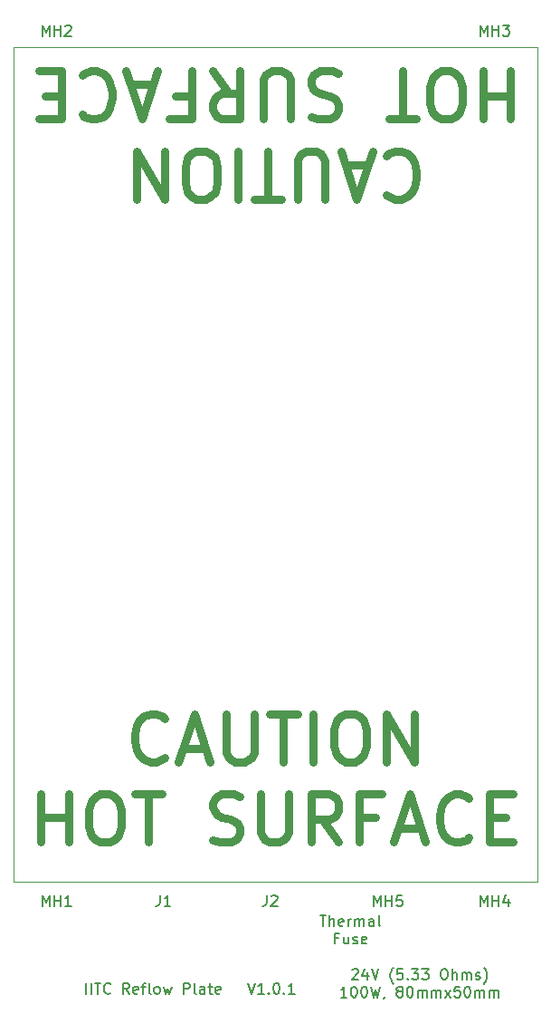
<source format=gbr>
%TF.GenerationSoftware,KiCad,Pcbnew,(5.1.10-1-10_14)*%
%TF.CreationDate,2022-01-16T19:20:25-08:00*%
%TF.ProjectId,Reflow_Heater,5265666c-6f77-45f4-9865-617465722e6b,rev?*%
%TF.SameCoordinates,Original*%
%TF.FileFunction,Legend,Top*%
%TF.FilePolarity,Positive*%
%FSLAX46Y46*%
G04 Gerber Fmt 4.6, Leading zero omitted, Abs format (unit mm)*
G04 Created by KiCad (PCBNEW (5.1.10-1-10_14)) date 2022-01-16 19:20:25*
%MOMM*%
%LPD*%
G01*
G04 APERTURE LIST*
%ADD10C,0.150000*%
%ADD11C,0.750000*%
%ADD12C,0.120000*%
G04 APERTURE END LIST*
D10*
X82666666Y-162222619D02*
X82714285Y-162175000D01*
X82809523Y-162127380D01*
X83047619Y-162127380D01*
X83142857Y-162175000D01*
X83190476Y-162222619D01*
X83238095Y-162317857D01*
X83238095Y-162413095D01*
X83190476Y-162555952D01*
X82619047Y-163127380D01*
X83238095Y-163127380D01*
X84095238Y-162460714D02*
X84095238Y-163127380D01*
X83857142Y-162079761D02*
X83619047Y-162794047D01*
X84238095Y-162794047D01*
X84476190Y-162127380D02*
X84809523Y-163127380D01*
X85142857Y-162127380D01*
X86523809Y-163508333D02*
X86476190Y-163460714D01*
X86380952Y-163317857D01*
X86333333Y-163222619D01*
X86285714Y-163079761D01*
X86238095Y-162841666D01*
X86238095Y-162651190D01*
X86285714Y-162413095D01*
X86333333Y-162270238D01*
X86380952Y-162175000D01*
X86476190Y-162032142D01*
X86523809Y-161984523D01*
X87380952Y-162127380D02*
X86904761Y-162127380D01*
X86857142Y-162603571D01*
X86904761Y-162555952D01*
X87000000Y-162508333D01*
X87238095Y-162508333D01*
X87333333Y-162555952D01*
X87380952Y-162603571D01*
X87428571Y-162698809D01*
X87428571Y-162936904D01*
X87380952Y-163032142D01*
X87333333Y-163079761D01*
X87238095Y-163127380D01*
X87000000Y-163127380D01*
X86904761Y-163079761D01*
X86857142Y-163032142D01*
X87857142Y-163032142D02*
X87904761Y-163079761D01*
X87857142Y-163127380D01*
X87809523Y-163079761D01*
X87857142Y-163032142D01*
X87857142Y-163127380D01*
X88238095Y-162127380D02*
X88857142Y-162127380D01*
X88523809Y-162508333D01*
X88666666Y-162508333D01*
X88761904Y-162555952D01*
X88809523Y-162603571D01*
X88857142Y-162698809D01*
X88857142Y-162936904D01*
X88809523Y-163032142D01*
X88761904Y-163079761D01*
X88666666Y-163127380D01*
X88380952Y-163127380D01*
X88285714Y-163079761D01*
X88238095Y-163032142D01*
X89190476Y-162127380D02*
X89809523Y-162127380D01*
X89476190Y-162508333D01*
X89619047Y-162508333D01*
X89714285Y-162555952D01*
X89761904Y-162603571D01*
X89809523Y-162698809D01*
X89809523Y-162936904D01*
X89761904Y-163032142D01*
X89714285Y-163079761D01*
X89619047Y-163127380D01*
X89333333Y-163127380D01*
X89238095Y-163079761D01*
X89190476Y-163032142D01*
X91190476Y-162127380D02*
X91380952Y-162127380D01*
X91476190Y-162175000D01*
X91571428Y-162270238D01*
X91619047Y-162460714D01*
X91619047Y-162794047D01*
X91571428Y-162984523D01*
X91476190Y-163079761D01*
X91380952Y-163127380D01*
X91190476Y-163127380D01*
X91095238Y-163079761D01*
X91000000Y-162984523D01*
X90952380Y-162794047D01*
X90952380Y-162460714D01*
X91000000Y-162270238D01*
X91095238Y-162175000D01*
X91190476Y-162127380D01*
X92047619Y-163127380D02*
X92047619Y-162127380D01*
X92476190Y-163127380D02*
X92476190Y-162603571D01*
X92428571Y-162508333D01*
X92333333Y-162460714D01*
X92190476Y-162460714D01*
X92095238Y-162508333D01*
X92047619Y-162555952D01*
X92952380Y-163127380D02*
X92952380Y-162460714D01*
X92952380Y-162555952D02*
X93000000Y-162508333D01*
X93095238Y-162460714D01*
X93238095Y-162460714D01*
X93333333Y-162508333D01*
X93380952Y-162603571D01*
X93380952Y-163127380D01*
X93380952Y-162603571D02*
X93428571Y-162508333D01*
X93523809Y-162460714D01*
X93666666Y-162460714D01*
X93761904Y-162508333D01*
X93809523Y-162603571D01*
X93809523Y-163127380D01*
X94238095Y-163079761D02*
X94333333Y-163127380D01*
X94523809Y-163127380D01*
X94619047Y-163079761D01*
X94666666Y-162984523D01*
X94666666Y-162936904D01*
X94619047Y-162841666D01*
X94523809Y-162794047D01*
X94380952Y-162794047D01*
X94285714Y-162746428D01*
X94238095Y-162651190D01*
X94238095Y-162603571D01*
X94285714Y-162508333D01*
X94380952Y-162460714D01*
X94523809Y-162460714D01*
X94619047Y-162508333D01*
X95000000Y-163508333D02*
X95047619Y-163460714D01*
X95142857Y-163317857D01*
X95190476Y-163222619D01*
X95238095Y-163079761D01*
X95285714Y-162841666D01*
X95285714Y-162651190D01*
X95238095Y-162413095D01*
X95190476Y-162270238D01*
X95142857Y-162175000D01*
X95047619Y-162032142D01*
X95000000Y-161984523D01*
X82166666Y-164777380D02*
X81595238Y-164777380D01*
X81880952Y-164777380D02*
X81880952Y-163777380D01*
X81785714Y-163920238D01*
X81690476Y-164015476D01*
X81595238Y-164063095D01*
X82785714Y-163777380D02*
X82880952Y-163777380D01*
X82976190Y-163825000D01*
X83023809Y-163872619D01*
X83071428Y-163967857D01*
X83119047Y-164158333D01*
X83119047Y-164396428D01*
X83071428Y-164586904D01*
X83023809Y-164682142D01*
X82976190Y-164729761D01*
X82880952Y-164777380D01*
X82785714Y-164777380D01*
X82690476Y-164729761D01*
X82642857Y-164682142D01*
X82595238Y-164586904D01*
X82547619Y-164396428D01*
X82547619Y-164158333D01*
X82595238Y-163967857D01*
X82642857Y-163872619D01*
X82690476Y-163825000D01*
X82785714Y-163777380D01*
X83738095Y-163777380D02*
X83833333Y-163777380D01*
X83928571Y-163825000D01*
X83976190Y-163872619D01*
X84023809Y-163967857D01*
X84071428Y-164158333D01*
X84071428Y-164396428D01*
X84023809Y-164586904D01*
X83976190Y-164682142D01*
X83928571Y-164729761D01*
X83833333Y-164777380D01*
X83738095Y-164777380D01*
X83642857Y-164729761D01*
X83595238Y-164682142D01*
X83547619Y-164586904D01*
X83500000Y-164396428D01*
X83500000Y-164158333D01*
X83547619Y-163967857D01*
X83595238Y-163872619D01*
X83642857Y-163825000D01*
X83738095Y-163777380D01*
X84404761Y-163777380D02*
X84642857Y-164777380D01*
X84833333Y-164063095D01*
X85023809Y-164777380D01*
X85261904Y-163777380D01*
X85690476Y-164729761D02*
X85690476Y-164777380D01*
X85642857Y-164872619D01*
X85595238Y-164920238D01*
X87023809Y-164205952D02*
X86928571Y-164158333D01*
X86880952Y-164110714D01*
X86833333Y-164015476D01*
X86833333Y-163967857D01*
X86880952Y-163872619D01*
X86928571Y-163825000D01*
X87023809Y-163777380D01*
X87214285Y-163777380D01*
X87309523Y-163825000D01*
X87357142Y-163872619D01*
X87404761Y-163967857D01*
X87404761Y-164015476D01*
X87357142Y-164110714D01*
X87309523Y-164158333D01*
X87214285Y-164205952D01*
X87023809Y-164205952D01*
X86928571Y-164253571D01*
X86880952Y-164301190D01*
X86833333Y-164396428D01*
X86833333Y-164586904D01*
X86880952Y-164682142D01*
X86928571Y-164729761D01*
X87023809Y-164777380D01*
X87214285Y-164777380D01*
X87309523Y-164729761D01*
X87357142Y-164682142D01*
X87404761Y-164586904D01*
X87404761Y-164396428D01*
X87357142Y-164301190D01*
X87309523Y-164253571D01*
X87214285Y-164205952D01*
X88023809Y-163777380D02*
X88119047Y-163777380D01*
X88214285Y-163825000D01*
X88261904Y-163872619D01*
X88309523Y-163967857D01*
X88357142Y-164158333D01*
X88357142Y-164396428D01*
X88309523Y-164586904D01*
X88261904Y-164682142D01*
X88214285Y-164729761D01*
X88119047Y-164777380D01*
X88023809Y-164777380D01*
X87928571Y-164729761D01*
X87880952Y-164682142D01*
X87833333Y-164586904D01*
X87785714Y-164396428D01*
X87785714Y-164158333D01*
X87833333Y-163967857D01*
X87880952Y-163872619D01*
X87928571Y-163825000D01*
X88023809Y-163777380D01*
X88785714Y-164777380D02*
X88785714Y-164110714D01*
X88785714Y-164205952D02*
X88833333Y-164158333D01*
X88928571Y-164110714D01*
X89071428Y-164110714D01*
X89166666Y-164158333D01*
X89214285Y-164253571D01*
X89214285Y-164777380D01*
X89214285Y-164253571D02*
X89261904Y-164158333D01*
X89357142Y-164110714D01*
X89500000Y-164110714D01*
X89595238Y-164158333D01*
X89642857Y-164253571D01*
X89642857Y-164777380D01*
X90119047Y-164777380D02*
X90119047Y-164110714D01*
X90119047Y-164205952D02*
X90166666Y-164158333D01*
X90261904Y-164110714D01*
X90404761Y-164110714D01*
X90500000Y-164158333D01*
X90547619Y-164253571D01*
X90547619Y-164777380D01*
X90547619Y-164253571D02*
X90595238Y-164158333D01*
X90690476Y-164110714D01*
X90833333Y-164110714D01*
X90928571Y-164158333D01*
X90976190Y-164253571D01*
X90976190Y-164777380D01*
X91357142Y-164777380D02*
X91880952Y-164110714D01*
X91357142Y-164110714D02*
X91880952Y-164777380D01*
X92738095Y-163777380D02*
X92261904Y-163777380D01*
X92214285Y-164253571D01*
X92261904Y-164205952D01*
X92357142Y-164158333D01*
X92595238Y-164158333D01*
X92690476Y-164205952D01*
X92738095Y-164253571D01*
X92785714Y-164348809D01*
X92785714Y-164586904D01*
X92738095Y-164682142D01*
X92690476Y-164729761D01*
X92595238Y-164777380D01*
X92357142Y-164777380D01*
X92261904Y-164729761D01*
X92214285Y-164682142D01*
X93404761Y-163777380D02*
X93500000Y-163777380D01*
X93595238Y-163825000D01*
X93642857Y-163872619D01*
X93690476Y-163967857D01*
X93738095Y-164158333D01*
X93738095Y-164396428D01*
X93690476Y-164586904D01*
X93642857Y-164682142D01*
X93595238Y-164729761D01*
X93500000Y-164777380D01*
X93404761Y-164777380D01*
X93309523Y-164729761D01*
X93261904Y-164682142D01*
X93214285Y-164586904D01*
X93166666Y-164396428D01*
X93166666Y-164158333D01*
X93214285Y-163967857D01*
X93261904Y-163872619D01*
X93309523Y-163825000D01*
X93404761Y-163777380D01*
X94166666Y-164777380D02*
X94166666Y-164110714D01*
X94166666Y-164205952D02*
X94214285Y-164158333D01*
X94309523Y-164110714D01*
X94452380Y-164110714D01*
X94547619Y-164158333D01*
X94595238Y-164253571D01*
X94595238Y-164777380D01*
X94595238Y-164253571D02*
X94642857Y-164158333D01*
X94738095Y-164110714D01*
X94880952Y-164110714D01*
X94976190Y-164158333D01*
X95023809Y-164253571D01*
X95023809Y-164777380D01*
X95500000Y-164777380D02*
X95500000Y-164110714D01*
X95500000Y-164205952D02*
X95547619Y-164158333D01*
X95642857Y-164110714D01*
X95785714Y-164110714D01*
X95880952Y-164158333D01*
X95928571Y-164253571D01*
X95928571Y-164777380D01*
X95928571Y-164253571D02*
X95976190Y-164158333D01*
X96071428Y-164110714D01*
X96214285Y-164110714D01*
X96309523Y-164158333D01*
X96357142Y-164253571D01*
X96357142Y-164777380D01*
X57761904Y-164452380D02*
X57761904Y-163452380D01*
X58238095Y-164452380D02*
X58238095Y-163452380D01*
X58571428Y-163452380D02*
X59142857Y-163452380D01*
X58857142Y-164452380D02*
X58857142Y-163452380D01*
X60047619Y-164357142D02*
X60000000Y-164404761D01*
X59857142Y-164452380D01*
X59761904Y-164452380D01*
X59619047Y-164404761D01*
X59523809Y-164309523D01*
X59476190Y-164214285D01*
X59428571Y-164023809D01*
X59428571Y-163880952D01*
X59476190Y-163690476D01*
X59523809Y-163595238D01*
X59619047Y-163500000D01*
X59761904Y-163452380D01*
X59857142Y-163452380D01*
X60000000Y-163500000D01*
X60047619Y-163547619D01*
X61809523Y-164452380D02*
X61476190Y-163976190D01*
X61238095Y-164452380D02*
X61238095Y-163452380D01*
X61619047Y-163452380D01*
X61714285Y-163500000D01*
X61761904Y-163547619D01*
X61809523Y-163642857D01*
X61809523Y-163785714D01*
X61761904Y-163880952D01*
X61714285Y-163928571D01*
X61619047Y-163976190D01*
X61238095Y-163976190D01*
X62619047Y-164404761D02*
X62523809Y-164452380D01*
X62333333Y-164452380D01*
X62238095Y-164404761D01*
X62190476Y-164309523D01*
X62190476Y-163928571D01*
X62238095Y-163833333D01*
X62333333Y-163785714D01*
X62523809Y-163785714D01*
X62619047Y-163833333D01*
X62666666Y-163928571D01*
X62666666Y-164023809D01*
X62190476Y-164119047D01*
X62952380Y-163785714D02*
X63333333Y-163785714D01*
X63095238Y-164452380D02*
X63095238Y-163595238D01*
X63142857Y-163500000D01*
X63238095Y-163452380D01*
X63333333Y-163452380D01*
X63809523Y-164452380D02*
X63714285Y-164404761D01*
X63666666Y-164309523D01*
X63666666Y-163452380D01*
X64333333Y-164452380D02*
X64238095Y-164404761D01*
X64190476Y-164357142D01*
X64142857Y-164261904D01*
X64142857Y-163976190D01*
X64190476Y-163880952D01*
X64238095Y-163833333D01*
X64333333Y-163785714D01*
X64476190Y-163785714D01*
X64571428Y-163833333D01*
X64619047Y-163880952D01*
X64666666Y-163976190D01*
X64666666Y-164261904D01*
X64619047Y-164357142D01*
X64571428Y-164404761D01*
X64476190Y-164452380D01*
X64333333Y-164452380D01*
X65000000Y-163785714D02*
X65190476Y-164452380D01*
X65380952Y-163976190D01*
X65571428Y-164452380D01*
X65761904Y-163785714D01*
X66904761Y-164452380D02*
X66904761Y-163452380D01*
X67285714Y-163452380D01*
X67380952Y-163500000D01*
X67428571Y-163547619D01*
X67476190Y-163642857D01*
X67476190Y-163785714D01*
X67428571Y-163880952D01*
X67380952Y-163928571D01*
X67285714Y-163976190D01*
X66904761Y-163976190D01*
X68047619Y-164452380D02*
X67952380Y-164404761D01*
X67904761Y-164309523D01*
X67904761Y-163452380D01*
X68857142Y-164452380D02*
X68857142Y-163928571D01*
X68809523Y-163833333D01*
X68714285Y-163785714D01*
X68523809Y-163785714D01*
X68428571Y-163833333D01*
X68857142Y-164404761D02*
X68761904Y-164452380D01*
X68523809Y-164452380D01*
X68428571Y-164404761D01*
X68380952Y-164309523D01*
X68380952Y-164214285D01*
X68428571Y-164119047D01*
X68523809Y-164071428D01*
X68761904Y-164071428D01*
X68857142Y-164023809D01*
X69190476Y-163785714D02*
X69571428Y-163785714D01*
X69333333Y-163452380D02*
X69333333Y-164309523D01*
X69380952Y-164404761D01*
X69476190Y-164452380D01*
X69571428Y-164452380D01*
X70285714Y-164404761D02*
X70190476Y-164452380D01*
X70000000Y-164452380D01*
X69904761Y-164404761D01*
X69857142Y-164309523D01*
X69857142Y-163928571D01*
X69904761Y-163833333D01*
X70000000Y-163785714D01*
X70190476Y-163785714D01*
X70285714Y-163833333D01*
X70333333Y-163928571D01*
X70333333Y-164023809D01*
X69857142Y-164119047D01*
X72904761Y-163452380D02*
X73238095Y-164452380D01*
X73571428Y-163452380D01*
X74428571Y-164452380D02*
X73857142Y-164452380D01*
X74142857Y-164452380D02*
X74142857Y-163452380D01*
X74047619Y-163595238D01*
X73952380Y-163690476D01*
X73857142Y-163738095D01*
X74857142Y-164357142D02*
X74904761Y-164404761D01*
X74857142Y-164452380D01*
X74809523Y-164404761D01*
X74857142Y-164357142D01*
X74857142Y-164452380D01*
X75523809Y-163452380D02*
X75619047Y-163452380D01*
X75714285Y-163500000D01*
X75761904Y-163547619D01*
X75809523Y-163642857D01*
X75857142Y-163833333D01*
X75857142Y-164071428D01*
X75809523Y-164261904D01*
X75761904Y-164357142D01*
X75714285Y-164404761D01*
X75619047Y-164452380D01*
X75523809Y-164452380D01*
X75428571Y-164404761D01*
X75380952Y-164357142D01*
X75333333Y-164261904D01*
X75285714Y-164071428D01*
X75285714Y-163833333D01*
X75333333Y-163642857D01*
X75380952Y-163547619D01*
X75428571Y-163500000D01*
X75523809Y-163452380D01*
X76285714Y-164357142D02*
X76333333Y-164404761D01*
X76285714Y-164452380D01*
X76238095Y-164404761D01*
X76285714Y-164357142D01*
X76285714Y-164452380D01*
X77285714Y-164452380D02*
X76714285Y-164452380D01*
X77000000Y-164452380D02*
X77000000Y-163452380D01*
X76904761Y-163595238D01*
X76809523Y-163690476D01*
X76714285Y-163738095D01*
D11*
X85892857Y-86142857D02*
X86107142Y-85928571D01*
X86750000Y-85714285D01*
X87178571Y-85714285D01*
X87821428Y-85928571D01*
X88250000Y-86357142D01*
X88464285Y-86785714D01*
X88678571Y-87642857D01*
X88678571Y-88285714D01*
X88464285Y-89142857D01*
X88250000Y-89571428D01*
X87821428Y-90000000D01*
X87178571Y-90214285D01*
X86750000Y-90214285D01*
X86107142Y-90000000D01*
X85892857Y-89785714D01*
X84178571Y-87000000D02*
X82035714Y-87000000D01*
X84607142Y-85714285D02*
X83107142Y-90214285D01*
X81607142Y-85714285D01*
X80107142Y-90214285D02*
X80107142Y-86571428D01*
X79892857Y-86142857D01*
X79678571Y-85928571D01*
X79250000Y-85714285D01*
X78392857Y-85714285D01*
X77964285Y-85928571D01*
X77750000Y-86142857D01*
X77535714Y-86571428D01*
X77535714Y-90214285D01*
X76035714Y-90214285D02*
X73464285Y-90214285D01*
X74750000Y-85714285D02*
X74750000Y-90214285D01*
X71964285Y-85714285D02*
X71964285Y-90214285D01*
X68964285Y-90214285D02*
X68107142Y-90214285D01*
X67678571Y-90000000D01*
X67250000Y-89571428D01*
X67035714Y-88714285D01*
X67035714Y-87214285D01*
X67250000Y-86357142D01*
X67678571Y-85928571D01*
X68107142Y-85714285D01*
X68964285Y-85714285D01*
X69392857Y-85928571D01*
X69821428Y-86357142D01*
X70035714Y-87214285D01*
X70035714Y-88714285D01*
X69821428Y-89571428D01*
X69392857Y-90000000D01*
X68964285Y-90214285D01*
X65107142Y-85714285D02*
X65107142Y-90214285D01*
X62535714Y-85714285D01*
X62535714Y-90214285D01*
X97464285Y-78214285D02*
X97464285Y-82714285D01*
X97464285Y-80571428D02*
X94892857Y-80571428D01*
X94892857Y-78214285D02*
X94892857Y-82714285D01*
X91892857Y-82714285D02*
X91035714Y-82714285D01*
X90607142Y-82500000D01*
X90178571Y-82071428D01*
X89964285Y-81214285D01*
X89964285Y-79714285D01*
X90178571Y-78857142D01*
X90607142Y-78428571D01*
X91035714Y-78214285D01*
X91892857Y-78214285D01*
X92321428Y-78428571D01*
X92750000Y-78857142D01*
X92964285Y-79714285D01*
X92964285Y-81214285D01*
X92750000Y-82071428D01*
X92321428Y-82500000D01*
X91892857Y-82714285D01*
X88678571Y-82714285D02*
X86107142Y-82714285D01*
X87392857Y-78214285D02*
X87392857Y-82714285D01*
X81392857Y-78428571D02*
X80750000Y-78214285D01*
X79678571Y-78214285D01*
X79250000Y-78428571D01*
X79035714Y-78642857D01*
X78821428Y-79071428D01*
X78821428Y-79500000D01*
X79035714Y-79928571D01*
X79250000Y-80142857D01*
X79678571Y-80357142D01*
X80535714Y-80571428D01*
X80964285Y-80785714D01*
X81178571Y-81000000D01*
X81392857Y-81428571D01*
X81392857Y-81857142D01*
X81178571Y-82285714D01*
X80964285Y-82500000D01*
X80535714Y-82714285D01*
X79464285Y-82714285D01*
X78821428Y-82500000D01*
X76892857Y-82714285D02*
X76892857Y-79071428D01*
X76678571Y-78642857D01*
X76464285Y-78428571D01*
X76035714Y-78214285D01*
X75178571Y-78214285D01*
X74750000Y-78428571D01*
X74535714Y-78642857D01*
X74321428Y-79071428D01*
X74321428Y-82714285D01*
X69607142Y-78214285D02*
X71107142Y-80357142D01*
X72178571Y-78214285D02*
X72178571Y-82714285D01*
X70464285Y-82714285D01*
X70035714Y-82500000D01*
X69821428Y-82285714D01*
X69607142Y-81857142D01*
X69607142Y-81214285D01*
X69821428Y-80785714D01*
X70035714Y-80571428D01*
X70464285Y-80357142D01*
X72178571Y-80357142D01*
X66178571Y-80571428D02*
X67678571Y-80571428D01*
X67678571Y-78214285D02*
X67678571Y-82714285D01*
X65535714Y-82714285D01*
X64035714Y-79500000D02*
X61892857Y-79500000D01*
X64464285Y-78214285D02*
X62964285Y-82714285D01*
X61464285Y-78214285D01*
X57392857Y-78642857D02*
X57607142Y-78428571D01*
X58250000Y-78214285D01*
X58678571Y-78214285D01*
X59321428Y-78428571D01*
X59750000Y-78857142D01*
X59964285Y-79285714D01*
X60178571Y-80142857D01*
X60178571Y-80785714D01*
X59964285Y-81642857D01*
X59750000Y-82071428D01*
X59321428Y-82500000D01*
X58678571Y-82714285D01*
X58250000Y-82714285D01*
X57607142Y-82500000D01*
X57392857Y-82285714D01*
X55464285Y-80571428D02*
X53964285Y-80571428D01*
X53321428Y-78214285D02*
X55464285Y-78214285D01*
X55464285Y-82714285D01*
X53321428Y-82714285D01*
X65107142Y-142357142D02*
X64892857Y-142571428D01*
X64250000Y-142785714D01*
X63821428Y-142785714D01*
X63178571Y-142571428D01*
X62750000Y-142142857D01*
X62535714Y-141714285D01*
X62321428Y-140857142D01*
X62321428Y-140214285D01*
X62535714Y-139357142D01*
X62750000Y-138928571D01*
X63178571Y-138500000D01*
X63821428Y-138285714D01*
X64250000Y-138285714D01*
X64892857Y-138500000D01*
X65107142Y-138714285D01*
X66821428Y-141500000D02*
X68964285Y-141500000D01*
X66392857Y-142785714D02*
X67892857Y-138285714D01*
X69392857Y-142785714D01*
X70892857Y-138285714D02*
X70892857Y-141928571D01*
X71107142Y-142357142D01*
X71321428Y-142571428D01*
X71750000Y-142785714D01*
X72607142Y-142785714D01*
X73035714Y-142571428D01*
X73250000Y-142357142D01*
X73464285Y-141928571D01*
X73464285Y-138285714D01*
X74964285Y-138285714D02*
X77535714Y-138285714D01*
X76250000Y-142785714D02*
X76250000Y-138285714D01*
X79035714Y-142785714D02*
X79035714Y-138285714D01*
X82035714Y-138285714D02*
X82892857Y-138285714D01*
X83321428Y-138500000D01*
X83750000Y-138928571D01*
X83964285Y-139785714D01*
X83964285Y-141285714D01*
X83750000Y-142142857D01*
X83321428Y-142571428D01*
X82892857Y-142785714D01*
X82035714Y-142785714D01*
X81607142Y-142571428D01*
X81178571Y-142142857D01*
X80964285Y-141285714D01*
X80964285Y-139785714D01*
X81178571Y-138928571D01*
X81607142Y-138500000D01*
X82035714Y-138285714D01*
X85892857Y-142785714D02*
X85892857Y-138285714D01*
X88464285Y-142785714D01*
X88464285Y-138285714D01*
X53535714Y-150285714D02*
X53535714Y-145785714D01*
X53535714Y-147928571D02*
X56107142Y-147928571D01*
X56107142Y-150285714D02*
X56107142Y-145785714D01*
X59107142Y-145785714D02*
X59964285Y-145785714D01*
X60392857Y-146000000D01*
X60821428Y-146428571D01*
X61035714Y-147285714D01*
X61035714Y-148785714D01*
X60821428Y-149642857D01*
X60392857Y-150071428D01*
X59964285Y-150285714D01*
X59107142Y-150285714D01*
X58678571Y-150071428D01*
X58250000Y-149642857D01*
X58035714Y-148785714D01*
X58035714Y-147285714D01*
X58250000Y-146428571D01*
X58678571Y-146000000D01*
X59107142Y-145785714D01*
X62321428Y-145785714D02*
X64892857Y-145785714D01*
X63607142Y-150285714D02*
X63607142Y-145785714D01*
X69607142Y-150071428D02*
X70250000Y-150285714D01*
X71321428Y-150285714D01*
X71750000Y-150071428D01*
X71964285Y-149857142D01*
X72178571Y-149428571D01*
X72178571Y-149000000D01*
X71964285Y-148571428D01*
X71750000Y-148357142D01*
X71321428Y-148142857D01*
X70464285Y-147928571D01*
X70035714Y-147714285D01*
X69821428Y-147500000D01*
X69607142Y-147071428D01*
X69607142Y-146642857D01*
X69821428Y-146214285D01*
X70035714Y-146000000D01*
X70464285Y-145785714D01*
X71535714Y-145785714D01*
X72178571Y-146000000D01*
X74107142Y-145785714D02*
X74107142Y-149428571D01*
X74321428Y-149857142D01*
X74535714Y-150071428D01*
X74964285Y-150285714D01*
X75821428Y-150285714D01*
X76250000Y-150071428D01*
X76464285Y-149857142D01*
X76678571Y-149428571D01*
X76678571Y-145785714D01*
X81392857Y-150285714D02*
X79892857Y-148142857D01*
X78821428Y-150285714D02*
X78821428Y-145785714D01*
X80535714Y-145785714D01*
X80964285Y-146000000D01*
X81178571Y-146214285D01*
X81392857Y-146642857D01*
X81392857Y-147285714D01*
X81178571Y-147714285D01*
X80964285Y-147928571D01*
X80535714Y-148142857D01*
X78821428Y-148142857D01*
X84821428Y-147928571D02*
X83321428Y-147928571D01*
X83321428Y-150285714D02*
X83321428Y-145785714D01*
X85464285Y-145785714D01*
X86964285Y-149000000D02*
X89107142Y-149000000D01*
X86535714Y-150285714D02*
X88035714Y-145785714D01*
X89535714Y-150285714D01*
X93607142Y-149857142D02*
X93392857Y-150071428D01*
X92750000Y-150285714D01*
X92321428Y-150285714D01*
X91678571Y-150071428D01*
X91250000Y-149642857D01*
X91035714Y-149214285D01*
X90821428Y-148357142D01*
X90821428Y-147714285D01*
X91035714Y-146857142D01*
X91250000Y-146428571D01*
X91678571Y-146000000D01*
X92321428Y-145785714D01*
X92750000Y-145785714D01*
X93392857Y-146000000D01*
X93607142Y-146214285D01*
X95535714Y-147928571D02*
X97035714Y-147928571D01*
X97678571Y-150285714D02*
X95535714Y-150285714D01*
X95535714Y-145785714D01*
X97678571Y-145785714D01*
D10*
X79642857Y-157127380D02*
X80214285Y-157127380D01*
X79928571Y-158127380D02*
X79928571Y-157127380D01*
X80547619Y-158127380D02*
X80547619Y-157127380D01*
X80976190Y-158127380D02*
X80976190Y-157603571D01*
X80928571Y-157508333D01*
X80833333Y-157460714D01*
X80690476Y-157460714D01*
X80595238Y-157508333D01*
X80547619Y-157555952D01*
X81833333Y-158079761D02*
X81738095Y-158127380D01*
X81547619Y-158127380D01*
X81452380Y-158079761D01*
X81404761Y-157984523D01*
X81404761Y-157603571D01*
X81452380Y-157508333D01*
X81547619Y-157460714D01*
X81738095Y-157460714D01*
X81833333Y-157508333D01*
X81880952Y-157603571D01*
X81880952Y-157698809D01*
X81404761Y-157794047D01*
X82309523Y-158127380D02*
X82309523Y-157460714D01*
X82309523Y-157651190D02*
X82357142Y-157555952D01*
X82404761Y-157508333D01*
X82500000Y-157460714D01*
X82595238Y-157460714D01*
X82928571Y-158127380D02*
X82928571Y-157460714D01*
X82928571Y-157555952D02*
X82976190Y-157508333D01*
X83071428Y-157460714D01*
X83214285Y-157460714D01*
X83309523Y-157508333D01*
X83357142Y-157603571D01*
X83357142Y-158127380D01*
X83357142Y-157603571D02*
X83404761Y-157508333D01*
X83500000Y-157460714D01*
X83642857Y-157460714D01*
X83738095Y-157508333D01*
X83785714Y-157603571D01*
X83785714Y-158127380D01*
X84690476Y-158127380D02*
X84690476Y-157603571D01*
X84642857Y-157508333D01*
X84547619Y-157460714D01*
X84357142Y-157460714D01*
X84261904Y-157508333D01*
X84690476Y-158079761D02*
X84595238Y-158127380D01*
X84357142Y-158127380D01*
X84261904Y-158079761D01*
X84214285Y-157984523D01*
X84214285Y-157889285D01*
X84261904Y-157794047D01*
X84357142Y-157746428D01*
X84595238Y-157746428D01*
X84690476Y-157698809D01*
X85309523Y-158127380D02*
X85214285Y-158079761D01*
X85166666Y-157984523D01*
X85166666Y-157127380D01*
X81357142Y-159253571D02*
X81023809Y-159253571D01*
X81023809Y-159777380D02*
X81023809Y-158777380D01*
X81500000Y-158777380D01*
X82309523Y-159110714D02*
X82309523Y-159777380D01*
X81880952Y-159110714D02*
X81880952Y-159634523D01*
X81928571Y-159729761D01*
X82023809Y-159777380D01*
X82166666Y-159777380D01*
X82261904Y-159729761D01*
X82309523Y-159682142D01*
X82738095Y-159729761D02*
X82833333Y-159777380D01*
X83023809Y-159777380D01*
X83119047Y-159729761D01*
X83166666Y-159634523D01*
X83166666Y-159586904D01*
X83119047Y-159491666D01*
X83023809Y-159444047D01*
X82880952Y-159444047D01*
X82785714Y-159396428D01*
X82738095Y-159301190D01*
X82738095Y-159253571D01*
X82785714Y-159158333D01*
X82880952Y-159110714D01*
X83023809Y-159110714D01*
X83119047Y-159158333D01*
X83976190Y-159729761D02*
X83880952Y-159777380D01*
X83690476Y-159777380D01*
X83595238Y-159729761D01*
X83547619Y-159634523D01*
X83547619Y-159253571D01*
X83595238Y-159158333D01*
X83690476Y-159110714D01*
X83880952Y-159110714D01*
X83976190Y-159158333D01*
X84023809Y-159253571D01*
X84023809Y-159348809D01*
X83547619Y-159444047D01*
D12*
X100000000Y-76000000D02*
X51000000Y-76000000D01*
X51000000Y-154000000D02*
X51000000Y-76000000D01*
X100000000Y-154000000D02*
X51000000Y-154000000D01*
X100000000Y-76000000D02*
X100000000Y-154000000D01*
%TO.C,MH5*%
D10*
X84666666Y-156252380D02*
X84666666Y-155252380D01*
X85000000Y-155966666D01*
X85333333Y-155252380D01*
X85333333Y-156252380D01*
X85809523Y-156252380D02*
X85809523Y-155252380D01*
X85809523Y-155728571D02*
X86380952Y-155728571D01*
X86380952Y-156252380D02*
X86380952Y-155252380D01*
X87333333Y-155252380D02*
X86857142Y-155252380D01*
X86809523Y-155728571D01*
X86857142Y-155680952D01*
X86952380Y-155633333D01*
X87190476Y-155633333D01*
X87285714Y-155680952D01*
X87333333Y-155728571D01*
X87380952Y-155823809D01*
X87380952Y-156061904D01*
X87333333Y-156157142D01*
X87285714Y-156204761D01*
X87190476Y-156252380D01*
X86952380Y-156252380D01*
X86857142Y-156204761D01*
X86809523Y-156157142D01*
%TO.C,MH4*%
X94666666Y-156252380D02*
X94666666Y-155252380D01*
X95000000Y-155966666D01*
X95333333Y-155252380D01*
X95333333Y-156252380D01*
X95809523Y-156252380D02*
X95809523Y-155252380D01*
X95809523Y-155728571D02*
X96380952Y-155728571D01*
X96380952Y-156252380D02*
X96380952Y-155252380D01*
X97285714Y-155585714D02*
X97285714Y-156252380D01*
X97047619Y-155204761D02*
X96809523Y-155919047D01*
X97428571Y-155919047D01*
%TO.C,MH3*%
X94666666Y-74952380D02*
X94666666Y-73952380D01*
X95000000Y-74666666D01*
X95333333Y-73952380D01*
X95333333Y-74952380D01*
X95809523Y-74952380D02*
X95809523Y-73952380D01*
X95809523Y-74428571D02*
X96380952Y-74428571D01*
X96380952Y-74952380D02*
X96380952Y-73952380D01*
X96761904Y-73952380D02*
X97380952Y-73952380D01*
X97047619Y-74333333D01*
X97190476Y-74333333D01*
X97285714Y-74380952D01*
X97333333Y-74428571D01*
X97380952Y-74523809D01*
X97380952Y-74761904D01*
X97333333Y-74857142D01*
X97285714Y-74904761D01*
X97190476Y-74952380D01*
X96904761Y-74952380D01*
X96809523Y-74904761D01*
X96761904Y-74857142D01*
%TO.C,MH2*%
X53666666Y-74952380D02*
X53666666Y-73952380D01*
X54000000Y-74666666D01*
X54333333Y-73952380D01*
X54333333Y-74952380D01*
X54809523Y-74952380D02*
X54809523Y-73952380D01*
X54809523Y-74428571D02*
X55380952Y-74428571D01*
X55380952Y-74952380D02*
X55380952Y-73952380D01*
X55809523Y-74047619D02*
X55857142Y-74000000D01*
X55952380Y-73952380D01*
X56190476Y-73952380D01*
X56285714Y-74000000D01*
X56333333Y-74047619D01*
X56380952Y-74142857D01*
X56380952Y-74238095D01*
X56333333Y-74380952D01*
X55761904Y-74952380D01*
X56380952Y-74952380D01*
%TO.C,MH1*%
X53666666Y-156252380D02*
X53666666Y-155252380D01*
X54000000Y-155966666D01*
X54333333Y-155252380D01*
X54333333Y-156252380D01*
X54809523Y-156252380D02*
X54809523Y-155252380D01*
X54809523Y-155728571D02*
X55380952Y-155728571D01*
X55380952Y-156252380D02*
X55380952Y-155252380D01*
X56380952Y-156252380D02*
X55809523Y-156252380D01*
X56095238Y-156252380D02*
X56095238Y-155252380D01*
X56000000Y-155395238D01*
X55904761Y-155490476D01*
X55809523Y-155538095D01*
%TO.C,J2*%
X74666666Y-155252380D02*
X74666666Y-155966666D01*
X74619047Y-156109523D01*
X74523809Y-156204761D01*
X74380952Y-156252380D01*
X74285714Y-156252380D01*
X75095238Y-155347619D02*
X75142857Y-155300000D01*
X75238095Y-155252380D01*
X75476190Y-155252380D01*
X75571428Y-155300000D01*
X75619047Y-155347619D01*
X75666666Y-155442857D01*
X75666666Y-155538095D01*
X75619047Y-155680952D01*
X75047619Y-156252380D01*
X75666666Y-156252380D01*
%TO.C,J1*%
X64666666Y-155252380D02*
X64666666Y-155966666D01*
X64619047Y-156109523D01*
X64523809Y-156204761D01*
X64380952Y-156252380D01*
X64285714Y-156252380D01*
X65666666Y-156252380D02*
X65095238Y-156252380D01*
X65380952Y-156252380D02*
X65380952Y-155252380D01*
X65285714Y-155395238D01*
X65190476Y-155490476D01*
X65095238Y-155538095D01*
%TD*%
M02*

</source>
